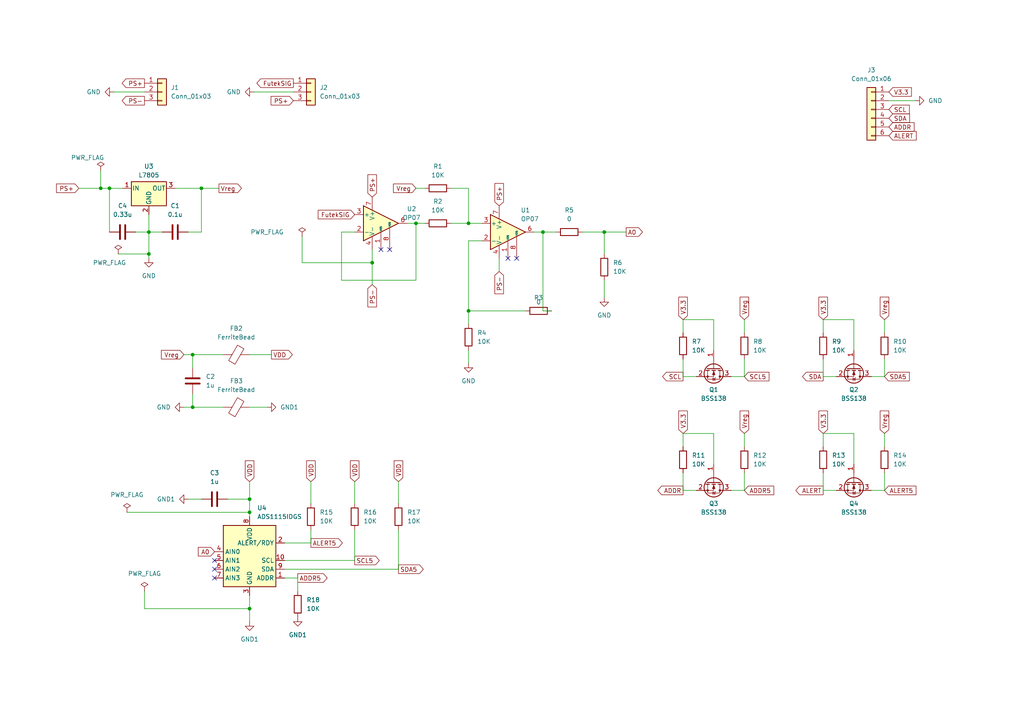
<source format=kicad_sch>
(kicad_sch (version 20230121) (generator eeschema)
  (paper "A4")
  (title_block (title "Futek Signal Circuit") (date "2024-02-27") (company "Neurobionics Lab"))
  (lib_symbols
    (symbol "Amplifier_Operational:OP07" (pin_names (offset 0.127))
      (property "Reference" "U" (at 1.27 6.35 0))
      (property "Value" "OP07" (at 1.27 3.81 0))
      (symbol "OP07_0_1"
        (polyline (pts (xy -5.08 5.08) (xy 5.08 0) (xy -5.08 -5.08) (xy -5.08 5.08)) (stroke (width 0.254)) (fill (type background)))
      )
      (symbol "OP07_1_1"
        (pin input line (at 0 -7.62 90) (length 5.08) (name "VOS") (number "1"))
        (pin input line (at -7.62 -2.54 0) (length 2.54) (name "-") (number "2"))
        (pin input line (at -7.62 2.54 0) (length 2.54) (name "+") (number "3"))
        (pin power_in line (at -2.54 -7.62 90) (length 3.81) (name "V-") (number "4"))
        (pin no_connect line (at 0 2.54 270) (length 2.54) hide (name "NC") (number "5"))
        (pin output line (at 7.62 0 180) (length 2.54) (name "~") (number "6"))
        (pin power_in line (at -2.54 7.62 270) (length 3.81) (name "V+") (number "7"))
        (pin input line (at 2.54 -7.62 90) (length 6.35) (name "VOS") (number "8"))
      )
    )
    (symbol "Analog_ADC:ADS1115IDGS"
      (property "Reference" "U" (at 2.54 13.97 0))
      (property "Value" "ADS1115IDGS" (at 7.62 11.43 0))
      (symbol "ADS1115IDGS_0_1"
        (rectangle (start -7.62 10.16) (end 7.62 -7.62) (stroke (width 0.254)) (fill (type background)))
      )
      (symbol "ADS1115IDGS_1_1"
        (pin input line (at 10.16 -5.08 180) (length 2.54) (name "ADDR") (number "1"))
        (pin input line (at 10.16 0 180) (length 2.54) (name "SCL") (number "10"))
        (pin output line (at 10.16 5.08 180) (length 2.54) (name "ALERT/RDY") (number "2"))
        (pin power_in line (at 0 -10.16 90) (length 2.54) (name "GND") (number "3"))
        (pin input line (at -10.16 2.54 0) (length 2.54) (name "AIN0") (number "4"))
        (pin input line (at -10.16 0 0) (length 2.54) (name "AIN1") (number "5"))
        (pin input line (at -10.16 -2.54 0) (length 2.54) (name "AIN2") (number "6"))
        (pin input line (at -10.16 -5.08 0) (length 2.54) (name "AIN3") (number "7"))
        (pin power_in line (at 0 12.7 270) (length 2.54) (name "VDD") (number "8"))
        (pin bidirectional line (at 10.16 -2.54 180) (length 2.54) (name "SDA") (number "9"))
      )
    )
    (symbol "Connector_Generic:Conn_01x03" (pin_names (offset 1.016) hide)
      (property "Reference" "J" (at 0 5.08 0))
      (property "Value" "Conn_01x03" (at 0 -5.08 0))
      (symbol "Conn_01x03_1_1"
        (rectangle (start -1.27 -2.413) (end 0 -2.667) (stroke (width 0.1524)))
        (rectangle (start -1.27 0.127) (end 0 -0.127) (stroke (width 0.1524)))
        (rectangle (start -1.27 2.667) (end 0 2.413) (stroke (width 0.1524)))
        (rectangle (start -1.27 3.81) (end 1.27 -3.81) (stroke (width 0.254)) (fill (type background)))
        (pin passive line (at -5.08 2.54 0) (length 3.81) (name "Pin_1") (number "1"))
        (pin passive line (at -5.08 0 0) (length 3.81) (name "Pin_2") (number "2"))
        (pin passive line (at -5.08 -2.54 0) (length 3.81) (name "Pin_3") (number "3"))
      )
    )
    (symbol "Connector_Generic:Conn_01x06" (pin_names (offset 1.016) hide)
      (property "Reference" "J" (at 0 7.62 0))
      (property "Value" "Conn_01x06" (at 0 -10.16 0))
      (symbol "Conn_01x06_1_1"
        (rectangle (start -1.27 -7.493) (end 0 -7.747) (stroke (width 0.1524)))
        (rectangle (start -1.27 -4.953) (end 0 -5.207) (stroke (width 0.1524)))
        (rectangle (start -1.27 -2.413) (end 0 -2.667) (stroke (width 0.1524)))
        (rectangle (start -1.27 0.127) (end 0 -0.127) (stroke (width 0.1524)))
        (rectangle (start -1.27 2.667) (end 0 2.413) (stroke (width 0.1524)))
        (rectangle (start -1.27 5.207) (end 0 4.953) (stroke (width 0.1524)))
        (rectangle (start -1.27 6.35) (end 1.27 -8.89) (stroke (width 0.254)) (fill (type background)))
        (pin passive line (at -5.08 5.08 0) (length 3.81) (name "Pin_1") (number "1"))
        (pin passive line (at -5.08 2.54 0) (length 3.81) (name "Pin_2") (number "2"))
        (pin passive line (at -5.08 0 0) (length 3.81) (name "Pin_3") (number "3"))
        (pin passive line (at -5.08 -2.54 0) (length 3.81) (name "Pin_4") (number "4"))
        (pin passive line (at -5.08 -5.08 0) (length 3.81) (name "Pin_5") (number "5"))
        (pin passive line (at -5.08 -7.62 0) (length 3.81) (name "Pin_6") (number "6"))
      )
    )
    (symbol "Device:C" (pin_numbers hide) (pin_names (offset 0.254))
      (property "Reference" "C" (at 0.635 2.54 0))
      (property "Value" "C" (at 0.635 -2.54 0))
      (symbol "C_0_1"
        (polyline (pts (xy -2.032 -0.762) (xy 2.032 -0.762)) (stroke (width 0.508)))
        (polyline (pts (xy -2.032 0.762) (xy 2.032 0.762)) (stroke (width 0.508)))
      )
      (symbol "C_1_1"
        (pin passive line (at 0 3.81 270) (length 2.794) (name "~") (number "1"))
        (pin passive line (at 0 -3.81 90) (length 2.794) (name "~") (number "2"))
      )
    )
    (symbol "Device:FerriteBead" (pin_numbers hide) (pin_names (offset 0))
      (property "Reference" "FB" (at -3.81 0.635 90))
      (property "Value" "FerriteBead" (at 3.81 0 90))
      (symbol "FerriteBead_0_1"
        (polyline (pts (xy 0 -1.27) (xy 0 -1.2192)))
        (polyline (pts (xy 0 1.27) (xy 0 1.2954)))
        (polyline (pts (xy -2.7686 0.4064) (xy -1.7018 2.2606) (xy 2.7686 -0.3048) (xy 1.6764 -2.159) (xy -2.7686 0.4064)))
      )
      (symbol "FerriteBead_1_1"
        (pin passive line (at 0 3.81 270) (length 2.54) (name "~") (number "1"))
        (pin passive line (at 0 -3.81 90) (length 2.54) (name "~") (number "2"))
      )
    )
    (symbol "Device:R" (pin_numbers hide) (pin_names (offset 0))
      (property "Reference" "R" (at 2.032 0 90))
      (property "Value" "R" (at 0 0 90))
      (symbol "R_0_1"
        (rectangle (start -1.016 -2.54) (end 1.016 2.54) (stroke (width 0.254)))
      )
      (symbol "R_1_1"
        (pin passive line (at 0 3.81 270) (length 1.27) (name "~") (number "1"))
        (pin passive line (at 0 -3.81 90) (length 1.27) (name "~") (number "2"))
      )
    )
    (symbol "Regulator_Linear:L7805" (pin_names (offset 0.254))
      (property "Reference" "U" (at -3.81 3.175 0))
      (property "Value" "L7805" (at 0 3.175 0))
      (symbol "L7805_0_1"
        (rectangle (start -5.08 1.905) (end 5.08 -5.08) (stroke (width 0.254)) (fill (type background)))
      )
      (symbol "L7805_1_1"
        (pin power_in line (at -7.62 0 0) (length 2.54) (name "IN") (number "1"))
        (pin power_in line (at 0 -7.62 90) (length 2.54) (name "GND") (number "2"))
        (pin power_out line (at 7.62 0 180) (length 2.54) (name "OUT") (number "3"))
      )
    )
    (symbol "Transistor_FET:BSS138" (pin_names hide)
      (property "Reference" "Q" (at 5.08 1.905 0))
      (property "Value" "BSS138" (at 5.08 0 0))
      (symbol "BSS138_0_1"
        (polyline (pts (xy 0.254 0) (xy -2.54 0)))
        (polyline (pts (xy 0.254 1.905) (xy 0.254 -1.905)) (stroke (width 0.254)))
        (polyline (pts (xy 0.762 -1.27) (xy 0.762 -2.286)) (stroke (width 0.254)))
        (polyline (pts (xy 0.762 0.508) (xy 0.762 -0.508)) (stroke (width 0.254)))
        (polyline (pts (xy 0.762 2.286) (xy 0.762 1.27)) (stroke (width 0.254)))
        (polyline (pts (xy 2.54 2.54) (xy 2.54 1.778)))
        (polyline (pts (xy 2.54 -2.54) (xy 2.54 0) (xy 0.762 0)))
        (polyline (pts (xy 0.762 -1.778) (xy 3.302 -1.778) (xy 3.302 1.778) (xy 0.762 1.778)))
        (polyline (pts (xy 1.016 0) (xy 2.032 0.381) (xy 2.032 -0.381) (xy 1.016 0)) (fill (type outline)))
        (polyline (pts (xy 2.794 0.508) (xy 2.921 0.381) (xy 3.683 0.381) (xy 3.81 0.254)))
        (polyline (pts (xy 3.302 0.381) (xy 2.921 -0.254) (xy 3.683 -0.254) (xy 3.302 0.381)))
        (circle (center 1.651 0) (radius 2.794) (stroke (width 0.254)))
        (circle (center 2.54 -1.778) (radius 0.254) (fill (type outline)))
        (circle (center 2.54 1.778) (radius 0.254) (fill (type outline)))
      )
      (symbol "BSS138_1_1"
        (pin input line (at -5.08 0 0) (length 2.54) (name "G") (number "1"))
        (pin passive line (at 2.54 -5.08 90) (length 2.54) (name "S") (number "2"))
        (pin passive line (at 2.54 5.08 270) (length 2.54) (name "D") (number "3"))
      )
    )
    (symbol "power:GND" (power) (pin_names (offset 0))
      (property "Value" "GND" (at 0 -3.81 0))
      (symbol "GND_0_1"
        (polyline (pts (xy 0 0) (xy 0 -1.27) (xy 1.27 -1.27) (xy 0 -2.54) (xy -1.27 -1.27) (xy 0 -1.27)))
      )
      (symbol "GND_1_1"
        (pin power_in line (at 0 0 270) (length 0) hide (name "GND") (number "1"))
      )
    )
    (symbol "power:GND1" (power) (pin_names (offset 0))
      (property "Value" "GND1" (at 0 -3.81 0))
      (symbol "GND1_0_1"
        (polyline (pts (xy 0 0) (xy 0 -1.27) (xy 1.27 -1.27) (xy 0 -2.54) (xy -1.27 -1.27) (xy 0 -1.27)))
      )
      (symbol "GND1_1_1"
        (pin power_in line (at 0 0 270) (length 0) hide (name "GND1") (number "1"))
      )
    )
    (symbol "power:PWR_FLAG" (power) (pin_numbers hide) (pin_names (offset 0) hide)
      (property "Value" "PWR_FLAG" (at 0 3.81 0))
      (symbol "PWR_FLAG_0_0"
        (pin power_out line (at 0 0 90) (length 0) (name "pwr") (number "1"))
      )
      (symbol "PWR_FLAG_0_1"
        (polyline (pts (xy 0 0) (xy 0 1.27) (xy -1.016 1.905) (xy 0 2.54) (xy 1.016 1.905) (xy 0 1.27)))
      )
    )
  )
  (junction (at 43.18 67.31))
  (junction (at 72.39 144.78))
  (junction (at 135.89 90.17))
  (junction (at 55.88 118.11))
  (junction (at 31.75 54.61))
  (junction (at 43.18 73.66))
  (junction (at 55.88 102.87))
  (junction (at 107.95 76.2))
  (junction (at 29.21 54.61))
  (junction (at 58.42 54.61))
  (junction (at 72.39 148.59))
  (junction (at 72.39 176.53))
  (junction (at 175.26 67.31))
  (junction (at 120.65 64.77))
  (junction (at 157.48 67.31))
  (junction (at 135.89 64.77))
  (no_connect (at 62.23 165.1))
  (no_connect (at 147.32 74.93))
  (no_connect (at 113.03 72.39))
  (no_connect (at 62.23 162.56))
  (no_connect (at 62.23 167.64))
  (no_connect (at 149.86 74.93))
  (no_connect (at 110.49 72.39))
  (wire (pts (xy 256.54 142.24) (xy 252.73 142.24)))
  (wire (pts (xy 72.39 176.53) (xy 72.39 172.72)))
  (wire (pts (xy 55.88 102.87) (xy 55.88 106.68)))
  (wire (pts (xy 168.91 67.31) (xy 175.26 67.31)))
  (wire (pts (xy 87.63 76.2) (xy 107.95 76.2)))
  (wire (pts (xy 256.54 104.14) (xy 256.54 109.22)))
  (wire (pts (xy 73.66 26.67) (xy 85.09 26.67)))
  (wire (pts (xy 72.39 180.34) (xy 72.39 176.53)))
  (wire (pts (xy 115.57 165.1) (xy 82.55 165.1)))
  (wire (pts (xy 256.54 125.73) (xy 256.54 129.54)))
  (wire (pts (xy 238.76 92.71) (xy 238.76 96.52)))
  (wire (pts (xy 31.75 54.61) (xy 35.56 54.61)))
  (wire (pts (xy 265.43 29.21) (xy 257.81 29.21)))
  (wire (pts (xy 238.76 125.73) (xy 238.76 129.54)))
  (wire (pts (xy 207.01 125.73) (xy 207.01 134.62)))
  (wire (pts (xy 256.54 92.71) (xy 256.54 96.52)))
  (wire (pts (xy 53.34 118.11) (xy 55.88 118.11)))
  (wire (pts (xy 78.74 102.87) (xy 72.39 102.87)))
  (wire (pts (xy 102.87 153.67) (xy 102.87 162.56)))
  (wire (pts (xy 238.76 92.71) (xy 247.65 92.71)))
  (wire (pts (xy 115.57 153.67) (xy 115.57 165.1)))
  (wire (pts (xy 144.78 74.93) (xy 144.78 78.74)))
  (wire (pts (xy 198.12 104.14) (xy 198.12 109.22)))
  (wire (pts (xy 41.91 176.53) (xy 72.39 176.53)))
  (wire (pts (xy 175.26 67.31) (xy 175.26 73.66)))
  (wire (pts (xy 238.76 109.22) (xy 242.57 109.22)))
  (wire (pts (xy 55.88 118.11) (xy 64.77 118.11)))
  (wire (pts (xy 120.65 64.77) (xy 123.19 64.77)))
  (wire (pts (xy 247.65 125.73) (xy 247.65 134.62)))
  (wire (pts (xy 99.06 67.31) (xy 99.06 81.28)))
  (wire (pts (xy 53.34 102.87) (xy 55.88 102.87)))
  (wire (pts (xy 107.95 82.55) (xy 107.95 76.2)))
  (wire (pts (xy 115.57 139.7) (xy 115.57 146.05)))
  (wire (pts (xy 54.61 144.78) (xy 58.42 144.78)))
  (wire (pts (xy 31.75 54.61) (xy 31.75 67.31)))
  (wire (pts (xy 33.02 26.67) (xy 41.91 26.67)))
  (wire (pts (xy 175.26 67.31) (xy 181.61 67.31)))
  (wire (pts (xy 215.9 104.14) (xy 215.9 109.22)))
  (wire (pts (xy 135.89 101.6) (xy 135.89 105.41)))
  (wire (pts (xy 198.12 125.73) (xy 198.12 129.54)))
  (wire (pts (xy 99.06 81.28) (xy 120.65 81.28)))
  (wire (pts (xy 157.48 67.31) (xy 161.29 67.31)))
  (wire (pts (xy 90.17 139.7) (xy 90.17 146.05)))
  (wire (pts (xy 238.76 137.16) (xy 238.76 142.24)))
  (wire (pts (xy 66.04 144.78) (xy 72.39 144.78)))
  (wire (pts (xy 135.89 90.17) (xy 135.89 93.98)))
  (wire (pts (xy 43.18 73.66) (xy 43.18 67.31)))
  (wire (pts (xy 120.65 54.61) (xy 123.19 54.61)))
  (wire (pts (xy 55.88 114.3) (xy 55.88 118.11)))
  (wire (pts (xy 43.18 67.31) (xy 43.18 62.23)))
  (wire (pts (xy 50.8 54.61) (xy 58.42 54.61)))
  (wire (pts (xy 247.65 92.71) (xy 247.65 101.6)))
  (wire (pts (xy 198.12 142.24) (xy 201.93 142.24)))
  (wire (pts (xy 135.89 64.77) (xy 139.7 64.77)))
  (wire (pts (xy 41.91 171.45) (xy 41.91 176.53)))
  (wire (pts (xy 135.89 69.85) (xy 135.89 90.17)))
  (wire (pts (xy 29.21 49.53) (xy 29.21 54.61)))
  (wire (pts (xy 118.11 64.77) (xy 120.65 64.77)))
  (wire (pts (xy 102.87 139.7) (xy 102.87 146.05)))
  (wire (pts (xy 58.42 54.61) (xy 58.42 67.31)))
  (wire (pts (xy 54.61 67.31) (xy 58.42 67.31)))
  (wire (pts (xy 198.12 92.71) (xy 198.12 96.52)))
  (wire (pts (xy 215.9 92.71) (xy 215.9 96.52)))
  (wire (pts (xy 207.01 92.71) (xy 207.01 101.6)))
  (wire (pts (xy 102.87 67.31) (xy 99.06 67.31)))
  (wire (pts (xy 198.12 92.71) (xy 207.01 92.71)))
  (wire (pts (xy 34.29 73.66) (xy 43.18 73.66)))
  (wire (pts (xy 238.76 125.73) (xy 247.65 125.73)))
  (wire (pts (xy 198.12 109.22) (xy 201.93 109.22)))
  (wire (pts (xy 107.95 76.2) (xy 107.95 72.39)))
  (wire (pts (xy 130.81 54.61) (xy 135.89 54.61)))
  (wire (pts (xy 256.54 137.16) (xy 256.54 142.24)))
  (wire (pts (xy 160.02 90.17) (xy 157.48 90.17)))
  (wire (pts (xy 90.17 157.48) (xy 82.55 157.48)))
  (wire (pts (xy 238.76 142.24) (xy 242.57 142.24)))
  (wire (pts (xy 72.39 144.78) (xy 72.39 148.59)))
  (wire (pts (xy 215.9 109.22) (xy 212.09 109.22)))
  (wire (pts (xy 215.9 142.24) (xy 212.09 142.24)))
  (wire (pts (xy 130.81 64.77) (xy 135.89 64.77)))
  (wire (pts (xy 29.21 54.61) (xy 31.75 54.61)))
  (wire (pts (xy 175.26 81.28) (xy 175.26 86.36)))
  (wire (pts (xy 238.76 104.14) (xy 238.76 109.22)))
  (wire (pts (xy 86.36 171.45) (xy 86.36 167.64)))
  (wire (pts (xy 157.48 90.17) (xy 157.48 67.31)))
  (wire (pts (xy 46.99 67.31) (xy 43.18 67.31)))
  (wire (pts (xy 77.47 118.11) (xy 72.39 118.11)))
  (wire (pts (xy 215.9 125.73) (xy 215.9 129.54)))
  (wire (pts (xy 120.65 64.77) (xy 120.65 81.28)))
  (wire (pts (xy 256.54 109.22) (xy 252.73 109.22)))
  (wire (pts (xy 154.94 67.31) (xy 157.48 67.31)))
  (wire (pts (xy 86.36 167.64) (xy 82.55 167.64)))
  (wire (pts (xy 63.5 54.61) (xy 58.42 54.61)))
  (wire (pts (xy 135.89 54.61) (xy 135.89 64.77)))
  (wire (pts (xy 90.17 153.67) (xy 90.17 157.48)))
  (wire (pts (xy 55.88 102.87) (xy 64.77 102.87)))
  (wire (pts (xy 36.83 148.59) (xy 72.39 148.59)))
  (wire (pts (xy 102.87 162.56) (xy 82.55 162.56)))
  (wire (pts (xy 215.9 137.16) (xy 215.9 142.24)))
  (wire (pts (xy 22.86 54.61) (xy 29.21 54.61)))
  (wire (pts (xy 39.37 67.31) (xy 43.18 67.31)))
  (wire (pts (xy 43.18 74.93) (xy 43.18 73.66)))
  (wire (pts (xy 198.12 137.16) (xy 198.12 142.24)))
  (wire (pts (xy 72.39 148.59) (xy 72.39 149.86)))
  (wire (pts (xy 139.7 69.85) (xy 135.89 69.85)))
  (wire (pts (xy 87.63 68.58) (xy 87.63 76.2)))
  (wire (pts (xy 135.89 90.17) (xy 152.4 90.17)))
  (wire (pts (xy 198.12 125.73) (xy 207.01 125.73)))
  (wire (pts (xy 72.39 139.7) (xy 72.39 144.78)))
  (global_label "SCL5" (shape output) (at 102.87 162.56 0) (property "Intersheetrefs" "${INTERSHEET_REFS}" (effects hide)))
  (global_label "ADDR5" (shape output) (at 86.36 167.64 0) (property "Intersheetrefs" "${INTERSHEET_REFS}" (effects hide)))
  (global_label "Vreg" (shape output) (at 63.5 54.61 0) (property "Intersheetrefs" "${INTERSHEET_REFS}" (effects hide)))
  (global_label "SDA5" (shape input) (at 256.54 109.22 0) (property "Intersheetrefs" "${INTERSHEET_REFS}" (effects hide)))
  (global_label "ALERT" (shape output) (at 238.76 142.24 180) (property "Intersheetrefs" "${INTERSHEET_REFS}" (effects hide)))
  (global_label "Vreg" (shape input) (at 53.34 102.87 180) (property "Intersheetrefs" "${INTERSHEET_REFS}" (effects hide)))
  (global_label "VDD" (shape input) (at 102.87 139.7 90) (property "Intersheetrefs" "${INTERSHEET_REFS}" (effects hide)))
  (global_label "SDA5" (shape output) (at 115.57 165.1 0) (property "Intersheetrefs" "${INTERSHEET_REFS}" (effects hide)))
  (global_label "V3.3" (shape input) (at 198.12 92.71 90) (property "Intersheetrefs" "${INTERSHEET_REFS}" (effects hide)))
  (global_label "V3.3" (shape input) (at 238.76 92.71 90) (property "Intersheetrefs" "${INTERSHEET_REFS}" (effects hide)))
  (global_label "PS+" (shape input) (at 107.95 57.15 90) (property "Intersheetrefs" "${INTERSHEET_REFS}" (effects hide)))
  (global_label "Vreg" (shape input) (at 215.9 125.73 90) (property "Intersheetrefs" "${INTERSHEET_REFS}" (effects hide)))
  (global_label "ADDR5" (shape input) (at 215.9 142.24 0) (property "Intersheetrefs" "${INTERSHEET_REFS}" (effects hide)))
  (global_label "A0" (shape output) (at 181.61 67.31 0) (property "Intersheetrefs" "${INTERSHEET_REFS}" (effects hide)))
  (global_label "ADDR" (shape input) (at 257.81 36.83 0) (property "Intersheetrefs" "${INTERSHEET_REFS}" (effects hide)))
  (global_label "V3.3" (shape input) (at 238.76 125.73 90) (property "Intersheetrefs" "${INTERSHEET_REFS}" (effects hide)))
  (global_label "VDD" (shape output) (at 78.74 102.87 0) (property "Intersheetrefs" "${INTERSHEET_REFS}" (effects hide)))
  (global_label "ALERT5" (shape input) (at 256.54 142.24 0) (property "Intersheetrefs" "${INTERSHEET_REFS}" (effects hide)))
  (global_label "Vreg" (shape input) (at 256.54 125.73 90) (property "Intersheetrefs" "${INTERSHEET_REFS}" (effects hide)))
  (global_label "V3.3" (shape input) (at 257.81 26.67 0) (property "Intersheetrefs" "${INTERSHEET_REFS}" (effects hide)))
  (global_label "ALERT" (shape input) (at 257.81 39.37 0) (property "Intersheetrefs" "${INTERSHEET_REFS}" (effects hide)))
  (global_label "FutekSIG" (shape input) (at 102.87 62.23 180) (property "Intersheetrefs" "${INTERSHEET_REFS}" (effects hide)))
  (global_label "V3.3" (shape input) (at 198.12 125.73 90) (property "Intersheetrefs" "${INTERSHEET_REFS}" (effects hide)))
  (global_label "VDD" (shape input) (at 72.39 139.7 90) (property "Intersheetrefs" "${INTERSHEET_REFS}" (effects hide)))
  (global_label "FutekSIG" (shape output) (at 85.09 24.13 180) (property "Intersheetrefs" "${INTERSHEET_REFS}" (effects hide)))
  (global_label "PS+" (shape input) (at 85.09 29.21 180) (property "Intersheetrefs" "${INTERSHEET_REFS}" (effects hide)))
  (global_label "ALERT5" (shape output) (at 90.17 157.48 0) (property "Intersheetrefs" "${INTERSHEET_REFS}" (effects hide)))
  (global_label "PS-" (shape input) (at 144.78 78.74 270) (property "Intersheetrefs" "${INTERSHEET_REFS}" (effects hide)))
  (global_label "VDD" (shape input) (at 90.17 139.7 90) (property "Intersheetrefs" "${INTERSHEET_REFS}" (effects hide)))
  (global_label "A0" (shape input) (at 62.23 160.02 180) (property "Intersheetrefs" "${INTERSHEET_REFS}" (effects hide)))
  (global_label "SCL" (shape input) (at 257.81 31.75 0) (property "Intersheetrefs" "${INTERSHEET_REFS}" (effects hide)))
  (global_label "Vreg" (shape input) (at 215.9 92.71 90) (property "Intersheetrefs" "${INTERSHEET_REFS}" (effects hide)))
  (global_label "PS+" (shape input) (at 22.86 54.61 180) (property "Intersheetrefs" "${INTERSHEET_REFS}" (effects hide)))
  (global_label "VDD" (shape input) (at 115.57 139.7 90) (property "Intersheetrefs" "${INTERSHEET_REFS}" (effects hide)))
  (global_label "SDA" (shape output) (at 238.76 109.22 180) (property "Intersheetrefs" "${INTERSHEET_REFS}" (effects hide)))
  (global_label "PS-" (shape input) (at 107.95 82.55 270) (property "Intersheetrefs" "${INTERSHEET_REFS}" (effects hide)))
  (global_label "PS+" (shape input) (at 144.78 59.69 90) (property "Intersheetrefs" "${INTERSHEET_REFS}" (effects hide)))
  (global_label "SCL5" (shape input) (at 215.9 109.22 0) (property "Intersheetrefs" "${INTERSHEET_REFS}" (effects hide)))
  (global_label "PS+" (shape output) (at 41.91 24.13 180) (property "Intersheetrefs" "${INTERSHEET_REFS}" (effects hide)))
  (global_label "ADDR" (shape output) (at 198.12 142.24 180) (property "Intersheetrefs" "${INTERSHEET_REFS}" (effects hide)))
  (global_label "SCL" (shape output) (at 198.12 109.22 180) (property "Intersheetrefs" "${INTERSHEET_REFS}" (effects hide)))
  (global_label "Vreg" (shape input) (at 120.65 54.61 180) (property "Intersheetrefs" "${INTERSHEET_REFS}" (effects hide)))
  (global_label "PS-" (shape output) (at 41.91 29.21 180) (property "Intersheetrefs" "${INTERSHEET_REFS}" (effects hide)))
  (global_label "Vreg" (shape input) (at 256.54 92.71 90) (property "Intersheetrefs" "${INTERSHEET_REFS}" (effects hide)))
  (global_label "SDA" (shape input) (at 257.81 34.29 0) (property "Intersheetrefs" "${INTERSHEET_REFS}" (effects hide)))
  (symbol (lib_id "Device:R") (at 135.89 97.79 0) (unit 1)
    (property "Reference" "R4" (at 138.43 96.52 0) (effects (justify left)))
    (property "Value" "10K" (at 138.43 99.06 0) (effects (justify left)))
    (property "Footprint" "Resistor_SMD:R_0603_1608Metric" (effects hide))
  )
  (symbol (lib_id "Device:R") (at 115.57 149.86 180) (unit 1)
    (property "Reference" "R17" (at 118.11 148.59 0) (effects (justify right)))
    (property "Value" "10K" (at 118.11 151.13 0) (effects (justify right)))
    (property "Footprint" "Resistor_SMD:R_0603_1608Metric" (effects hide))
  )
  (symbol (lib_id "power:PWR_FLAG") (at 41.91 171.45 0) (unit 1)
    (property "Reference" "#FLG06" (effects hide))
    (property "Value" "PWR_FLAG" (at 41.91 166.37 0))
  )
  (symbol (lib_id "power:GND") (at 73.66 26.67 270) (unit 1)
    (property "Reference" "#PWR04" (effects hide))
    (property "Value" "GND" (at 69.85 26.67 90) (effects (justify right)))
  )
  (symbol (lib_id "Device:R") (at 90.17 149.86 180) (unit 1)
    (property "Reference" "R15" (at 92.71 148.59 0) (effects (justify right)))
    (property "Value" "10K" (at 92.71 151.13 0) (effects (justify right)))
    (property "Footprint" "Resistor_SMD:R_0603_1608Metric" (effects hide))
  )
  (symbol (lib_id "Regulator_Linear:L7805") (at 43.18 54.61 0) (unit 1)
    (property "Reference" "U3" (at 43.18 48.26 0))
    (property "Value" "L7805" (at 43.18 50.8 0))
    (property "Footprint" "L7805VoltageRegulator_KiCad:D2PAK-STB35NF10T4" (effects hide))
    (property "Datasheet" "http://www.st.com/content/ccc/resource/technical/document/datasheet/41/4f/b3/b0/12/d4/47/88/CD00000444.pdf/files/CD00000444.pdf/jcr:content/translations/en.CD00000444.pdf" (effects hide))
  )
  (symbol (lib_id "Amplifier_Operational:OP07") (at 110.49 64.77 0) (unit 1)
    (property "Reference" "U2" (at 119.38 60.5791 0))
    (property "Value" "OP07" (at 119.38 63.1191 0))
    (property "Footprint" "OP070CSZREEL7KiCad:SOIC127P600X175-8N" (effects hide))
    (property "Datasheet" "https://www.analog.com/media/en/technical-documentation/data-sheets/OP07.pdf" (effects hide))
  )
  (symbol (lib_id "Device:R") (at 238.76 133.35 0) (unit 1)
    (property "Reference" "R13" (at 241.3 132.08 0) (effects (justify left)))
    (property "Value" "10K" (at 241.3 134.62 0) (effects (justify left)))
    (property "Footprint" "Resistor_SMD:R_0603_1608Metric" (effects hide))
  )
  (symbol (lib_id "Device:R") (at 156.21 90.17 90) (unit 1)
    (property "Reference" "R3" (at 156.21 86.36 90))
    (property "Value" "0" (at 156.21 87.63 90))
    (property "Footprint" "Resistor_SMD:R_0603_1608Metric" (effects hide))
  )
  (symbol (lib_id "Device:C") (at 62.23 144.78 90) (unit 1)
    (property "Reference" "C3" (at 62.23 137.16 90))
    (property "Value" "1u" (at 62.23 139.7 90))
    (property "Footprint" "Capacitor_SMD:C_0603_1608Metric" (effects hide))
  )
  (symbol (lib_id "power:PWR_FLAG") (at 34.29 73.66 0) (unit 1)
    (property "Reference" "#FLG01" (effects hide))
    (property "Value" "PWR_FLAG" (at 31.75 76.2 0))
  )
  (symbol (lib_id "power:PWR_FLAG") (at 29.21 49.53 0) (unit 1)
    (property "Reference" "#FLG02" (effects hide))
    (property "Value" "PWR_FLAG" (at 25.4 45.72 0))
  )
  (symbol (lib_id "Device:R") (at 256.54 100.33 0) (unit 1)
    (property "Reference" "R10" (at 259.08 99.06 0) (effects (justify left)))
    (property "Value" "10K" (at 259.08 101.6 0) (effects (justify left)))
    (property "Footprint" "Resistor_SMD:R_0603_1608Metric" (effects hide))
  )
  (symbol (lib_id "Device:C") (at 35.56 67.31 90) (unit 1)
    (property "Reference" "C4" (at 35.56 59.69 90))
    (property "Value" "0.33u" (at 35.56 62.23 90))
    (property "Footprint" "Capacitor_SMD:C_0603_1608Metric" (effects hide))
  )
  (symbol (lib_id "power:GND1") (at 72.39 180.34 0) (unit 1)
    (property "Reference" "#PWR02" (effects hide))
    (property "Value" "GND1" (at 72.39 185.42 0))
  )
  (symbol (lib_id "power:GND") (at 135.89 105.41 0) (unit 1)
    (property "Reference" "#PWR011" (effects hide))
    (property "Value" "GND" (at 135.89 110.49 0))
  )
  (symbol (lib_id "Connector_Generic:Conn_01x03") (at 46.99 26.67 0) (unit 1)
    (property "Reference" "J1" (at 49.53 25.4 0) (effects (justify left)))
    (property "Value" "Conn_01x03" (at 49.53 27.94 0) (effects (justify left)))
    (property "Footprint" "TerminalConnnectorFootprint198460KiKad:CONN_1984620_PXC" (effects hide))
  )
  (symbol (lib_id "Device:R") (at 127 54.61 90) (unit 1)
    (property "Reference" "R1" (at 127 48.26 90))
    (property "Value" "10K" (at 127 50.8 90))
    (property "Footprint" "Resistor_SMD:R_0603_1608Metric" (effects hide))
  )
  (symbol (lib_id "power:GND1") (at 54.61 144.78 270) (unit 1)
    (property "Reference" "#PWR08" (effects hide))
    (property "Value" "GND1" (at 50.8 144.78 90) (effects (justify right)))
  )
  (symbol (lib_id "power:GND") (at 53.34 118.11 270) (unit 1)
    (property "Reference" "#PWR06" (effects hide))
    (property "Value" "GND" (at 49.53 118.11 90) (effects (justify right)))
  )
  (symbol (lib_id "Transistor_FET:BSS138") (at 247.65 139.7 270) (unit 1)
    (property "Reference" "Q4" (at 247.65 146.05 90))
    (property "Value" "BSS138" (at 247.65 148.59 90))
    (property "Footprint" "Package_TO_SOT_SMD:SOT-23-3" (effects hide))
    (property "Datasheet" "https://www.onsemi.com/pub/Collateral/BSS138-D.PDF" (effects hide))
  )
  (symbol (lib_id "Transistor_FET:BSS138") (at 247.65 106.68 270) (unit 1)
    (property "Reference" "Q2" (at 247.65 113.03 90))
    (property "Value" "BSS138" (at 247.65 115.57 90))
    (property "Footprint" "Package_TO_SOT_SMD:SOT-23-3" (effects hide))
    (property "Datasheet" "https://www.onsemi.com/pub/Collateral/BSS138-D.PDF" (effects hide))
  )
  (symbol (lib_id "power:GND1") (at 77.47 118.11 90) (unit 1)
    (property "Reference" "#PWR07" (effects hide))
    (property "Value" "GND1" (at 81.28 118.11 90) (effects (justify right)))
  )
  (symbol (lib_id "Amplifier_Operational:OP07") (at 147.32 67.31 0) (unit 1)
    (property "Reference" "U1" (at 152.4 60.96 0))
    (property "Value" "OP07" (at 153.67 63.5 0))
    (property "Footprint" "OP07CSZKiCad:SOIC127P600X175-8N" (effects hide))
    (property "Datasheet" "https://www.analog.com/media/en/technical-documentation/data-sheets/OP07.pdf" (effects hide))
  )
  (symbol (lib_id "Device:R") (at 198.12 100.33 0) (unit 1)
    (property "Reference" "R7" (at 200.66 99.06 0) (effects (justify left)))
    (property "Value" "10K" (at 200.66 101.6 0) (effects (justify left)))
    (property "Footprint" "Resistor_SMD:R_0603_1608Metric" (effects hide))
  )
  (symbol (lib_id "Connector_Generic:Conn_01x03") (at 90.17 26.67 0) (unit 1)
    (property "Reference" "J2" (at 92.71 25.4 0) (effects (justify left)))
    (property "Value" "Conn_01x03" (at 92.71 27.94 0) (effects (justify left)))
    (property "Footprint" "TerminalConnnectorFootprint198460KiKad:CONN_1984620_PXC" (effects hide))
  )
  (symbol (lib_id "power:GND") (at 33.02 26.67 270) (unit 1)
    (property "Reference" "#PWR03" (effects hide))
    (property "Value" "GND" (at 29.21 26.67 90) (effects (justify right)))
  )
  (symbol (lib_id "Transistor_FET:BSS138") (at 207.01 106.68 270) (unit 1)
    (property "Reference" "Q1" (at 207.01 113.03 90))
    (property "Value" "BSS138" (at 207.01 115.57 90))
    (property "Footprint" "Package_TO_SOT_SMD:SOT-23-3" (effects hide))
    (property "Datasheet" "https://www.onsemi.com/pub/Collateral/BSS138-D.PDF" (effects hide))
  )
  (symbol (lib_id "Device:R") (at 86.36 175.26 0) (unit 1)
    (property "Reference" "R18" (at 88.9 173.99 0) (effects (justify left)))
    (property "Value" "10K" (at 88.9 176.53 0) (effects (justify left)))
    (property "Footprint" "Resistor_SMD:R_0603_1608Metric" (effects hide))
  )
  (symbol (lib_id "Device:R") (at 127 64.77 90) (unit 1)
    (property "Reference" "R2" (at 127 58.42 90))
    (property "Value" "10K" (at 127 60.96 90))
    (property "Footprint" "Resistor_SMD:R_0603_1608Metric" (effects hide))
  )
  (symbol (lib_id "Device:R") (at 165.1 67.31 90) (unit 1)
    (property "Reference" "R5" (at 165.1 60.96 90))
    (property "Value" "0" (at 165.1 63.5 90))
    (property "Footprint" "Resistor_SMD:R_0603_1608Metric" (effects hide))
  )
  (symbol (lib_id "Device:R") (at 175.26 77.47 0) (unit 1)
    (property "Reference" "R6" (at 177.8 76.2 0) (effects (justify left)))
    (property "Value" "10K" (at 177.8 78.74 0) (effects (justify left)))
    (property "Footprint" "Resistor_SMD:R_0603_1608Metric" (effects hide))
  )
  (symbol (lib_id "power:PWR_FLAG") (at 36.83 148.59 0) (unit 1)
    (property "Reference" "#FLG05" (effects hide))
    (property "Value" "PWR_FLAG" (at 36.83 143.51 0))
  )
  (symbol (lib_id "Device:C") (at 50.8 67.31 90) (unit 1)
    (property "Reference" "C1" (at 50.8 59.69 90))
    (property "Value" "0.1u" (at 50.8 62.23 90))
    (property "Footprint" "Capacitor_SMD:C_0603_1608Metric" (effects hide))
  )
  (symbol (lib_id "Device:R") (at 238.76 100.33 0) (unit 1)
    (property "Reference" "R9" (at 241.3 99.06 0) (effects (justify left)))
    (property "Value" "10K" (at 241.3 101.6 0) (effects (justify left)))
    (property "Footprint" "Resistor_SMD:R_0603_1608Metric" (effects hide))
  )
  (symbol (lib_id "power:GND1") (at 86.36 179.07 0) (unit 1)
    (property "Reference" "#PWR09" (effects hide))
    (property "Value" "GND1" (at 86.36 184.15 0))
  )
  (symbol (lib_id "Connector_Generic:Conn_01x06") (at 252.73 31.75 0) (mirror y) (unit 1)
    (property "Reference" "J3" (at 252.73 20.32 0))
    (property "Value" "Conn_01x06" (at 252.73 22.86 0))
    (property "Footprint" "PicoClasp_MolexConnector2035580607:MOLEX_2035580607" (effects hide))
  )
  (symbol (lib_id "Device:C") (at 55.88 110.49 0) (unit 1)
    (property "Reference" "C2" (at 59.69 109.22 0) (effects (justify left)))
    (property "Value" "1u" (at 59.69 111.76 0) (effects (justify left)))
    (property "Footprint" "Capacitor_SMD:C_0603_1608Metric" (effects hide))
  )
  (symbol (lib_id "power:PWR_FLAG") (at 87.63 68.58 0) (unit 1)
    (property "Reference" "#FLG03" (effects hide))
    (property "Value" "PWR_FLAG" (at 77.47 67.31 0))
  )
  (symbol (lib_id "power:GND") (at 265.43 29.21 90) (unit 1)
    (property "Reference" "#PWR010" (effects hide))
    (property "Value" "GND" (at 269.24 29.21 90) (effects (justify right)))
  )
  (symbol (lib_id "Device:R") (at 102.87 149.86 180) (unit 1)
    (property "Reference" "R16" (at 105.41 148.59 0) (effects (justify right)))
    (property "Value" "10K" (at 105.41 151.13 0) (effects (justify right)))
    (property "Footprint" "Resistor_SMD:R_0603_1608Metric" (effects hide))
  )
  (symbol (lib_id "Device:FerriteBead") (at 68.58 102.87 90) (unit 1)
    (property "Reference" "FB2" (at 68.5292 95.25 90))
    (property "Value" "FerriteBead" (at 68.5292 97.79 90))
    (property "Footprint" "Ferritebeads LIB_BLM21SP601SH1D:BLM21AG102BH1J" (effects hide))
  )
  (symbol (lib_id "Device:R") (at 198.12 133.35 0) (unit 1)
    (property "Reference" "R11" (at 200.66 132.08 0) (effects (justify left)))
    (property "Value" "10K" (at 200.66 134.62 0) (effects (justify left)))
    (property "Footprint" "Resistor_SMD:R_0603_1608Metric" (effects hide))
  )
  (symbol (lib_id "Device:FerriteBead") (at 68.58 118.11 90) (unit 1)
    (property "Reference" "FB3" (at 68.58 110.49 90))
    (property "Value" "FerriteBead" (at 68.5292 113.03 90))
    (property "Footprint" "Ferrite Bead BLM21SP601SH1D:BLM21AG102BH1J" (effects hide))
  )
  (symbol (lib_id "Device:R") (at 215.9 100.33 0) (unit 1)
    (property "Reference" "R8" (at 218.44 99.06 0) (effects (justify left)))
    (property "Value" "10K" (at 218.44 101.6 0) (effects (justify left)))
    (property "Footprint" "Resistor_SMD:R_0603_1608Metric" (effects hide))
  )
  (symbol (lib_id "Analog_ADC:ADS1115IDGS") (at 72.39 162.56 0) (unit 1)
    (property "Reference" "U4" (at 74.5841 147.32 0) (effects (justify left)))
    (property "Value" "ADS1115IDGS" (at 74.5841 149.86 0) (effects (justify left)))
    (property "Footprint" "Package_SO:VSSOP-10_3x3mm_P0.5mm" (effects hide))
    (property "Datasheet" "http://www.ti.com/lit/ds/symlink/ads1113.pdf" (effects hide))
  )
  (symbol (lib_id "Device:R") (at 256.54 133.35 0) (unit 1)
    (property "Reference" "R14" (at 259.08 132.08 0) (effects (justify left)))
    (property "Value" "10K" (at 259.08 134.62 0) (effects (justify left)))
    (property "Footprint" "Resistor_SMD:R_0603_1608Metric" (effects hide))
  )
  (symbol (lib_id "power:GND") (at 175.26 86.36 0) (unit 1)
    (property "Reference" "#PWR05" (effects hide))
    (property "Value" "GND" (at 175.26 91.44 0))
  )
  (symbol (lib_id "power:GND") (at 43.18 74.93 0) (unit 1)
    (property "Reference" "#PWR01" (effects hide))
    (property "Value" "GND" (at 43.18 80.01 0))
  )
  (symbol (lib_id "Device:R") (at 215.9 133.35 0) (unit 1)
    (property "Reference" "R12" (at 218.44 132.08 0) (effects (justify left)))
    (property "Value" "10K" (at 218.44 134.62 0) (effects (justify left)))
    (property "Footprint" "Resistor_SMD:R_0603_1608Metric" (effects hide))
  )
  (symbol (lib_id "Transistor_FET:BSS138") (at 207.01 139.7 270) (unit 1)
    (property "Reference" "Q3" (at 207.01 146.05 90))
    (property "Value" "BSS138" (at 207.01 148.59 90))
    (property "Footprint" "Package_TO_SOT_SMD:SOT-23-3" (effects hide))
    (property "Datasheet" "https://www.onsemi.com/pub/Collateral/BSS138-D.PDF" (effects hide))
  )
)
</source>
